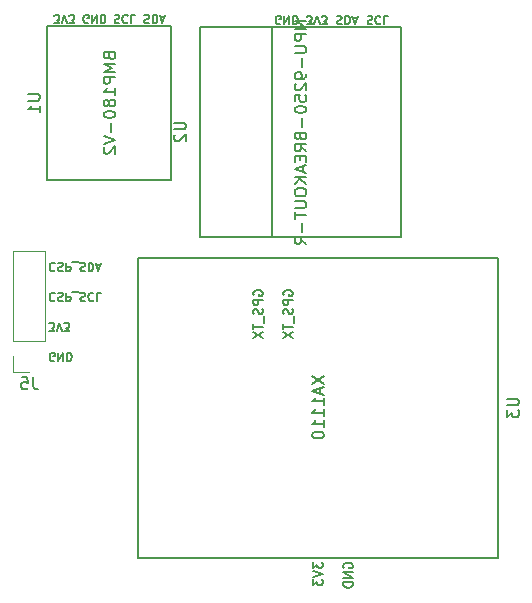
<source format=gbo>
G04 #@! TF.GenerationSoftware,KiCad,Pcbnew,6.0.0-unknown-62d453e~86~ubuntu18.04.1*
G04 #@! TF.CreationDate,2019-07-13T13:42:48-04:00*
G04 #@! TF.ProjectId,OBC,4f42432e-6b69-4636-9164-5f7063625858,rev?*
G04 #@! TF.SameCoordinates,Original*
G04 #@! TF.FileFunction,Legend,Bot*
G04 #@! TF.FilePolarity,Positive*
%FSLAX46Y46*%
G04 Gerber Fmt 4.6, Leading zero omitted, Abs format (unit mm)*
G04 Created by KiCad (PCBNEW 6.0.0-unknown-62d453e~86~ubuntu18.04.1) date 2019-07-13 13:42:48*
%MOMM*%
%LPD*%
G04 APERTURE LIST*
%ADD10C,0.150000*%
%ADD11C,0.120000*%
G04 APERTURE END LIST*
D10*
X152035000Y-70407023D02*
X151996904Y-70330833D01*
X151996904Y-70216547D01*
X152035000Y-70102261D01*
X152111190Y-70026071D01*
X152187380Y-69987976D01*
X152339761Y-69949880D01*
X152454047Y-69949880D01*
X152606428Y-69987976D01*
X152682619Y-70026071D01*
X152758809Y-70102261D01*
X152796904Y-70216547D01*
X152796904Y-70292738D01*
X152758809Y-70407023D01*
X152720714Y-70445119D01*
X152454047Y-70445119D01*
X152454047Y-70292738D01*
X152796904Y-70787976D02*
X151996904Y-70787976D01*
X151996904Y-71092738D01*
X152035000Y-71168928D01*
X152073095Y-71207023D01*
X152149285Y-71245119D01*
X152263571Y-71245119D01*
X152339761Y-71207023D01*
X152377857Y-71168928D01*
X152415952Y-71092738D01*
X152415952Y-70787976D01*
X152758809Y-71549880D02*
X152796904Y-71664166D01*
X152796904Y-71854642D01*
X152758809Y-71930833D01*
X152720714Y-71968928D01*
X152644523Y-72007023D01*
X152568333Y-72007023D01*
X152492142Y-71968928D01*
X152454047Y-71930833D01*
X152415952Y-71854642D01*
X152377857Y-71702261D01*
X152339761Y-71626071D01*
X152301666Y-71587976D01*
X152225476Y-71549880D01*
X152149285Y-71549880D01*
X152073095Y-71587976D01*
X152035000Y-71626071D01*
X151996904Y-71702261D01*
X151996904Y-71892738D01*
X152035000Y-72007023D01*
X152873095Y-72159404D02*
X152873095Y-72768928D01*
X151996904Y-72845119D02*
X151996904Y-73302261D01*
X152796904Y-73073690D02*
X151996904Y-73073690D01*
X151996904Y-73492738D02*
X152796904Y-74026071D01*
X151996904Y-74026071D02*
X152796904Y-73492738D01*
X149495000Y-70407023D02*
X149456904Y-70330833D01*
X149456904Y-70216547D01*
X149495000Y-70102261D01*
X149571190Y-70026071D01*
X149647380Y-69987976D01*
X149799761Y-69949880D01*
X149914047Y-69949880D01*
X150066428Y-69987976D01*
X150142619Y-70026071D01*
X150218809Y-70102261D01*
X150256904Y-70216547D01*
X150256904Y-70292738D01*
X150218809Y-70407023D01*
X150180714Y-70445119D01*
X149914047Y-70445119D01*
X149914047Y-70292738D01*
X150256904Y-70787976D02*
X149456904Y-70787976D01*
X149456904Y-71092738D01*
X149495000Y-71168928D01*
X149533095Y-71207023D01*
X149609285Y-71245119D01*
X149723571Y-71245119D01*
X149799761Y-71207023D01*
X149837857Y-71168928D01*
X149875952Y-71092738D01*
X149875952Y-70787976D01*
X150218809Y-71549880D02*
X150256904Y-71664166D01*
X150256904Y-71854642D01*
X150218809Y-71930833D01*
X150180714Y-71968928D01*
X150104523Y-72007023D01*
X150028333Y-72007023D01*
X149952142Y-71968928D01*
X149914047Y-71930833D01*
X149875952Y-71854642D01*
X149837857Y-71702261D01*
X149799761Y-71626071D01*
X149761666Y-71587976D01*
X149685476Y-71549880D01*
X149609285Y-71549880D01*
X149533095Y-71587976D01*
X149495000Y-71626071D01*
X149456904Y-71702261D01*
X149456904Y-71892738D01*
X149495000Y-72007023D01*
X150333095Y-72159404D02*
X150333095Y-72768928D01*
X149456904Y-72845119D02*
X149456904Y-73302261D01*
X150256904Y-73073690D02*
X149456904Y-73073690D01*
X149456904Y-73492738D02*
X150256904Y-74026071D01*
X149456904Y-74026071D02*
X150256904Y-73492738D01*
X157115000Y-93507023D02*
X157076904Y-93430833D01*
X157076904Y-93316547D01*
X157115000Y-93202261D01*
X157191190Y-93126071D01*
X157267380Y-93087976D01*
X157419761Y-93049880D01*
X157534047Y-93049880D01*
X157686428Y-93087976D01*
X157762619Y-93126071D01*
X157838809Y-93202261D01*
X157876904Y-93316547D01*
X157876904Y-93392738D01*
X157838809Y-93507023D01*
X157800714Y-93545119D01*
X157534047Y-93545119D01*
X157534047Y-93392738D01*
X157876904Y-93887976D02*
X157076904Y-93887976D01*
X157876904Y-94345119D01*
X157076904Y-94345119D01*
X157876904Y-94726071D02*
X157076904Y-94726071D01*
X157076904Y-94916547D01*
X157115000Y-95030833D01*
X157191190Y-95107023D01*
X157267380Y-95145119D01*
X157419761Y-95183214D01*
X157534047Y-95183214D01*
X157686428Y-95145119D01*
X157762619Y-95107023D01*
X157838809Y-95030833D01*
X157876904Y-94916547D01*
X157876904Y-94726071D01*
X154536904Y-93011785D02*
X154536904Y-93507023D01*
X154841666Y-93240357D01*
X154841666Y-93354642D01*
X154879761Y-93430833D01*
X154917857Y-93468928D01*
X154994047Y-93507023D01*
X155184523Y-93507023D01*
X155260714Y-93468928D01*
X155298809Y-93430833D01*
X155336904Y-93354642D01*
X155336904Y-93126071D01*
X155298809Y-93049880D01*
X155260714Y-93011785D01*
X154536904Y-93735595D02*
X155336904Y-94002261D01*
X154536904Y-94268928D01*
X154536904Y-94459404D02*
X154536904Y-94954642D01*
X154841666Y-94687976D01*
X154841666Y-94802261D01*
X154879761Y-94878452D01*
X154917857Y-94916547D01*
X154994047Y-94954642D01*
X155184523Y-94954642D01*
X155260714Y-94916547D01*
X155298809Y-94878452D01*
X155336904Y-94802261D01*
X155336904Y-94573690D01*
X155298809Y-94497500D01*
X155260714Y-94459404D01*
X159126666Y-46791666D02*
X159226666Y-46758333D01*
X159393333Y-46758333D01*
X159460000Y-46791666D01*
X159493333Y-46825000D01*
X159526666Y-46891666D01*
X159526666Y-46958333D01*
X159493333Y-47025000D01*
X159460000Y-47058333D01*
X159393333Y-47091666D01*
X159260000Y-47125000D01*
X159193333Y-47158333D01*
X159160000Y-47191666D01*
X159126666Y-47258333D01*
X159126666Y-47325000D01*
X159160000Y-47391666D01*
X159193333Y-47425000D01*
X159260000Y-47458333D01*
X159426666Y-47458333D01*
X159526666Y-47425000D01*
X160226666Y-46825000D02*
X160193333Y-46791666D01*
X160093333Y-46758333D01*
X160026666Y-46758333D01*
X159926666Y-46791666D01*
X159860000Y-46858333D01*
X159826666Y-46925000D01*
X159793333Y-47058333D01*
X159793333Y-47158333D01*
X159826666Y-47291666D01*
X159860000Y-47358333D01*
X159926666Y-47425000D01*
X160026666Y-47458333D01*
X160093333Y-47458333D01*
X160193333Y-47425000D01*
X160226666Y-47391666D01*
X160860000Y-46758333D02*
X160526666Y-46758333D01*
X160526666Y-47458333D01*
X156550000Y-46791666D02*
X156650000Y-46758333D01*
X156816666Y-46758333D01*
X156883333Y-46791666D01*
X156916666Y-46825000D01*
X156950000Y-46891666D01*
X156950000Y-46958333D01*
X156916666Y-47025000D01*
X156883333Y-47058333D01*
X156816666Y-47091666D01*
X156683333Y-47125000D01*
X156616666Y-47158333D01*
X156583333Y-47191666D01*
X156550000Y-47258333D01*
X156550000Y-47325000D01*
X156583333Y-47391666D01*
X156616666Y-47425000D01*
X156683333Y-47458333D01*
X156850000Y-47458333D01*
X156950000Y-47425000D01*
X157250000Y-46758333D02*
X157250000Y-47458333D01*
X157416666Y-47458333D01*
X157516666Y-47425000D01*
X157583333Y-47358333D01*
X157616666Y-47291666D01*
X157650000Y-47158333D01*
X157650000Y-47058333D01*
X157616666Y-46925000D01*
X157583333Y-46858333D01*
X157516666Y-46791666D01*
X157416666Y-46758333D01*
X157250000Y-46758333D01*
X157916666Y-46958333D02*
X158250000Y-46958333D01*
X157850000Y-46758333D02*
X158083333Y-47458333D01*
X158316666Y-46758333D01*
X153973333Y-47458333D02*
X154406666Y-47458333D01*
X154173333Y-47191666D01*
X154273333Y-47191666D01*
X154340000Y-47158333D01*
X154373333Y-47125000D01*
X154406666Y-47058333D01*
X154406666Y-46891666D01*
X154373333Y-46825000D01*
X154340000Y-46791666D01*
X154273333Y-46758333D01*
X154073333Y-46758333D01*
X154006666Y-46791666D01*
X153973333Y-46825000D01*
X154606666Y-47458333D02*
X154840000Y-46758333D01*
X155073333Y-47458333D01*
X155240000Y-47458333D02*
X155673333Y-47458333D01*
X155440000Y-47191666D01*
X155540000Y-47191666D01*
X155606666Y-47158333D01*
X155640000Y-47125000D01*
X155673333Y-47058333D01*
X155673333Y-46891666D01*
X155640000Y-46825000D01*
X155606666Y-46791666D01*
X155540000Y-46758333D01*
X155340000Y-46758333D01*
X155273333Y-46791666D01*
X155240000Y-46825000D01*
X151746666Y-47425000D02*
X151680000Y-47458333D01*
X151580000Y-47458333D01*
X151480000Y-47425000D01*
X151413333Y-47358333D01*
X151380000Y-47291666D01*
X151346666Y-47158333D01*
X151346666Y-47058333D01*
X151380000Y-46925000D01*
X151413333Y-46858333D01*
X151480000Y-46791666D01*
X151580000Y-46758333D01*
X151646666Y-46758333D01*
X151746666Y-46791666D01*
X151780000Y-46825000D01*
X151780000Y-47058333D01*
X151646666Y-47058333D01*
X152080000Y-46758333D02*
X152080000Y-47458333D01*
X152480000Y-46758333D01*
X152480000Y-47458333D01*
X152813333Y-46758333D02*
X152813333Y-47458333D01*
X152980000Y-47458333D01*
X153080000Y-47425000D01*
X153146666Y-47358333D01*
X153180000Y-47291666D01*
X153213333Y-47158333D01*
X153213333Y-47058333D01*
X153180000Y-46925000D01*
X153146666Y-46858333D01*
X153080000Y-46791666D01*
X152980000Y-46758333D01*
X152813333Y-46758333D01*
X140235000Y-46716666D02*
X140335000Y-46683333D01*
X140501666Y-46683333D01*
X140568333Y-46716666D01*
X140601666Y-46750000D01*
X140635000Y-46816666D01*
X140635000Y-46883333D01*
X140601666Y-46950000D01*
X140568333Y-46983333D01*
X140501666Y-47016666D01*
X140368333Y-47050000D01*
X140301666Y-47083333D01*
X140268333Y-47116666D01*
X140235000Y-47183333D01*
X140235000Y-47250000D01*
X140268333Y-47316666D01*
X140301666Y-47350000D01*
X140368333Y-47383333D01*
X140535000Y-47383333D01*
X140635000Y-47350000D01*
X140935000Y-46683333D02*
X140935000Y-47383333D01*
X141101666Y-47383333D01*
X141201666Y-47350000D01*
X141268333Y-47283333D01*
X141301666Y-47216666D01*
X141335000Y-47083333D01*
X141335000Y-46983333D01*
X141301666Y-46850000D01*
X141268333Y-46783333D01*
X141201666Y-46716666D01*
X141101666Y-46683333D01*
X140935000Y-46683333D01*
X141601666Y-46883333D02*
X141935000Y-46883333D01*
X141535000Y-46683333D02*
X141768333Y-47383333D01*
X142001666Y-46683333D01*
X137711666Y-46716666D02*
X137811666Y-46683333D01*
X137978333Y-46683333D01*
X138045000Y-46716666D01*
X138078333Y-46750000D01*
X138111666Y-46816666D01*
X138111666Y-46883333D01*
X138078333Y-46950000D01*
X138045000Y-46983333D01*
X137978333Y-47016666D01*
X137845000Y-47050000D01*
X137778333Y-47083333D01*
X137745000Y-47116666D01*
X137711666Y-47183333D01*
X137711666Y-47250000D01*
X137745000Y-47316666D01*
X137778333Y-47350000D01*
X137845000Y-47383333D01*
X138011666Y-47383333D01*
X138111666Y-47350000D01*
X138811666Y-46750000D02*
X138778333Y-46716666D01*
X138678333Y-46683333D01*
X138611666Y-46683333D01*
X138511666Y-46716666D01*
X138445000Y-46783333D01*
X138411666Y-46850000D01*
X138378333Y-46983333D01*
X138378333Y-47083333D01*
X138411666Y-47216666D01*
X138445000Y-47283333D01*
X138511666Y-47350000D01*
X138611666Y-47383333D01*
X138678333Y-47383333D01*
X138778333Y-47350000D01*
X138811666Y-47316666D01*
X139445000Y-46683333D02*
X139111666Y-46683333D01*
X139111666Y-47383333D01*
X135471666Y-47350000D02*
X135405000Y-47383333D01*
X135305000Y-47383333D01*
X135205000Y-47350000D01*
X135138333Y-47283333D01*
X135105000Y-47216666D01*
X135071666Y-47083333D01*
X135071666Y-46983333D01*
X135105000Y-46850000D01*
X135138333Y-46783333D01*
X135205000Y-46716666D01*
X135305000Y-46683333D01*
X135371666Y-46683333D01*
X135471666Y-46716666D01*
X135505000Y-46750000D01*
X135505000Y-46983333D01*
X135371666Y-46983333D01*
X135805000Y-46683333D02*
X135805000Y-47383333D01*
X136205000Y-46683333D01*
X136205000Y-47383333D01*
X136538333Y-46683333D02*
X136538333Y-47383333D01*
X136705000Y-47383333D01*
X136805000Y-47350000D01*
X136871666Y-47283333D01*
X136905000Y-47216666D01*
X136938333Y-47083333D01*
X136938333Y-46983333D01*
X136905000Y-46850000D01*
X136871666Y-46783333D01*
X136805000Y-46716666D01*
X136705000Y-46683333D01*
X136538333Y-46683333D01*
X132598333Y-47383333D02*
X133031666Y-47383333D01*
X132798333Y-47116666D01*
X132898333Y-47116666D01*
X132965000Y-47083333D01*
X132998333Y-47050000D01*
X133031666Y-46983333D01*
X133031666Y-46816666D01*
X132998333Y-46750000D01*
X132965000Y-46716666D01*
X132898333Y-46683333D01*
X132698333Y-46683333D01*
X132631666Y-46716666D01*
X132598333Y-46750000D01*
X133231666Y-47383333D02*
X133465000Y-46683333D01*
X133698333Y-47383333D01*
X133865000Y-47383333D02*
X134298333Y-47383333D01*
X134065000Y-47116666D01*
X134165000Y-47116666D01*
X134231666Y-47083333D01*
X134265000Y-47050000D01*
X134298333Y-46983333D01*
X134298333Y-46816666D01*
X134265000Y-46750000D01*
X134231666Y-46716666D01*
X134165000Y-46683333D01*
X133965000Y-46683333D01*
X133898333Y-46716666D01*
X133865000Y-46750000D01*
X132605833Y-75950000D02*
X132539166Y-75983333D01*
X132439166Y-75983333D01*
X132339166Y-75950000D01*
X132272500Y-75883333D01*
X132239166Y-75816666D01*
X132205833Y-75683333D01*
X132205833Y-75583333D01*
X132239166Y-75450000D01*
X132272500Y-75383333D01*
X132339166Y-75316666D01*
X132439166Y-75283333D01*
X132505833Y-75283333D01*
X132605833Y-75316666D01*
X132639166Y-75350000D01*
X132639166Y-75583333D01*
X132505833Y-75583333D01*
X132939166Y-75283333D02*
X132939166Y-75983333D01*
X133339166Y-75283333D01*
X133339166Y-75983333D01*
X133672500Y-75283333D02*
X133672500Y-75983333D01*
X133839166Y-75983333D01*
X133939166Y-75950000D01*
X134005833Y-75883333D01*
X134039166Y-75816666D01*
X134072500Y-75683333D01*
X134072500Y-75583333D01*
X134039166Y-75450000D01*
X134005833Y-75383333D01*
X133939166Y-75316666D01*
X133839166Y-75283333D01*
X133672500Y-75283333D01*
X132172500Y-73443333D02*
X132605833Y-73443333D01*
X132372500Y-73176666D01*
X132472500Y-73176666D01*
X132539166Y-73143333D01*
X132572500Y-73110000D01*
X132605833Y-73043333D01*
X132605833Y-72876666D01*
X132572500Y-72810000D01*
X132539166Y-72776666D01*
X132472500Y-72743333D01*
X132272500Y-72743333D01*
X132205833Y-72776666D01*
X132172500Y-72810000D01*
X132805833Y-73443333D02*
X133039166Y-72743333D01*
X133272500Y-73443333D01*
X133439166Y-73443333D02*
X133872500Y-73443333D01*
X133639166Y-73176666D01*
X133739166Y-73176666D01*
X133805833Y-73143333D01*
X133839166Y-73110000D01*
X133872500Y-73043333D01*
X133872500Y-72876666D01*
X133839166Y-72810000D01*
X133805833Y-72776666D01*
X133739166Y-72743333D01*
X133539166Y-72743333D01*
X133472500Y-72776666D01*
X133439166Y-72810000D01*
X132639166Y-70270000D02*
X132605833Y-70236666D01*
X132505833Y-70203333D01*
X132439166Y-70203333D01*
X132339166Y-70236666D01*
X132272500Y-70303333D01*
X132239166Y-70370000D01*
X132205833Y-70503333D01*
X132205833Y-70603333D01*
X132239166Y-70736666D01*
X132272500Y-70803333D01*
X132339166Y-70870000D01*
X132439166Y-70903333D01*
X132505833Y-70903333D01*
X132605833Y-70870000D01*
X132639166Y-70836666D01*
X132905833Y-70236666D02*
X133005833Y-70203333D01*
X133172500Y-70203333D01*
X133239166Y-70236666D01*
X133272500Y-70270000D01*
X133305833Y-70336666D01*
X133305833Y-70403333D01*
X133272500Y-70470000D01*
X133239166Y-70503333D01*
X133172500Y-70536666D01*
X133039166Y-70570000D01*
X132972500Y-70603333D01*
X132939166Y-70636666D01*
X132905833Y-70703333D01*
X132905833Y-70770000D01*
X132939166Y-70836666D01*
X132972500Y-70870000D01*
X133039166Y-70903333D01*
X133205833Y-70903333D01*
X133305833Y-70870000D01*
X133605833Y-70203333D02*
X133605833Y-70903333D01*
X133872500Y-70903333D01*
X133939166Y-70870000D01*
X133972500Y-70836666D01*
X134005833Y-70770000D01*
X134005833Y-70670000D01*
X133972500Y-70603333D01*
X133939166Y-70570000D01*
X133872500Y-70536666D01*
X133605833Y-70536666D01*
X134139166Y-70136666D02*
X134672500Y-70136666D01*
X134805833Y-70236666D02*
X134905833Y-70203333D01*
X135072500Y-70203333D01*
X135139166Y-70236666D01*
X135172500Y-70270000D01*
X135205833Y-70336666D01*
X135205833Y-70403333D01*
X135172500Y-70470000D01*
X135139166Y-70503333D01*
X135072500Y-70536666D01*
X134939166Y-70570000D01*
X134872500Y-70603333D01*
X134839166Y-70636666D01*
X134805833Y-70703333D01*
X134805833Y-70770000D01*
X134839166Y-70836666D01*
X134872500Y-70870000D01*
X134939166Y-70903333D01*
X135105833Y-70903333D01*
X135205833Y-70870000D01*
X135905833Y-70270000D02*
X135872500Y-70236666D01*
X135772500Y-70203333D01*
X135705833Y-70203333D01*
X135605833Y-70236666D01*
X135539166Y-70303333D01*
X135505833Y-70370000D01*
X135472500Y-70503333D01*
X135472500Y-70603333D01*
X135505833Y-70736666D01*
X135539166Y-70803333D01*
X135605833Y-70870000D01*
X135705833Y-70903333D01*
X135772500Y-70903333D01*
X135872500Y-70870000D01*
X135905833Y-70836666D01*
X136539166Y-70203333D02*
X136205833Y-70203333D01*
X136205833Y-70903333D01*
X132639166Y-67730000D02*
X132605833Y-67696666D01*
X132505833Y-67663333D01*
X132439166Y-67663333D01*
X132339166Y-67696666D01*
X132272500Y-67763333D01*
X132239166Y-67830000D01*
X132205833Y-67963333D01*
X132205833Y-68063333D01*
X132239166Y-68196666D01*
X132272500Y-68263333D01*
X132339166Y-68330000D01*
X132439166Y-68363333D01*
X132505833Y-68363333D01*
X132605833Y-68330000D01*
X132639166Y-68296666D01*
X132905833Y-67696666D02*
X133005833Y-67663333D01*
X133172500Y-67663333D01*
X133239166Y-67696666D01*
X133272500Y-67730000D01*
X133305833Y-67796666D01*
X133305833Y-67863333D01*
X133272500Y-67930000D01*
X133239166Y-67963333D01*
X133172500Y-67996666D01*
X133039166Y-68030000D01*
X132972500Y-68063333D01*
X132939166Y-68096666D01*
X132905833Y-68163333D01*
X132905833Y-68230000D01*
X132939166Y-68296666D01*
X132972500Y-68330000D01*
X133039166Y-68363333D01*
X133205833Y-68363333D01*
X133305833Y-68330000D01*
X133605833Y-67663333D02*
X133605833Y-68363333D01*
X133872500Y-68363333D01*
X133939166Y-68330000D01*
X133972500Y-68296666D01*
X134005833Y-68230000D01*
X134005833Y-68130000D01*
X133972500Y-68063333D01*
X133939166Y-68030000D01*
X133872500Y-67996666D01*
X133605833Y-67996666D01*
X134139166Y-67596666D02*
X134672500Y-67596666D01*
X134805833Y-67696666D02*
X134905833Y-67663333D01*
X135072500Y-67663333D01*
X135139166Y-67696666D01*
X135172500Y-67730000D01*
X135205833Y-67796666D01*
X135205833Y-67863333D01*
X135172500Y-67930000D01*
X135139166Y-67963333D01*
X135072500Y-67996666D01*
X134939166Y-68030000D01*
X134872500Y-68063333D01*
X134839166Y-68096666D01*
X134805833Y-68163333D01*
X134805833Y-68230000D01*
X134839166Y-68296666D01*
X134872500Y-68330000D01*
X134939166Y-68363333D01*
X135105833Y-68363333D01*
X135205833Y-68330000D01*
X135505833Y-67663333D02*
X135505833Y-68363333D01*
X135672500Y-68363333D01*
X135772500Y-68330000D01*
X135839166Y-68263333D01*
X135872500Y-68196666D01*
X135905833Y-68063333D01*
X135905833Y-67963333D01*
X135872500Y-67830000D01*
X135839166Y-67763333D01*
X135772500Y-67696666D01*
X135672500Y-67663333D01*
X135505833Y-67663333D01*
X136172500Y-67863333D02*
X136505833Y-67863333D01*
X136105833Y-67663333D02*
X136339166Y-68363333D01*
X136572500Y-67663333D01*
D11*
X129145000Y-66650000D02*
X131805000Y-66650000D01*
X129145000Y-74330000D02*
X129145000Y-66650000D01*
X131805000Y-74330000D02*
X131805000Y-66650000D01*
X129145000Y-74330000D02*
X131805000Y-74330000D01*
X129145000Y-75600000D02*
X129145000Y-76930000D01*
X129145000Y-76930000D02*
X130475000Y-76930000D01*
D10*
X170215000Y-92625000D02*
X139735000Y-92625000D01*
X139735000Y-92625000D02*
X139735000Y-67225000D01*
X139735000Y-67225000D02*
X170215000Y-67225000D01*
X170215000Y-92625000D02*
X170215000Y-67225000D01*
X161960000Y-47685000D02*
X161960000Y-65465000D01*
X144940000Y-47685000D02*
X144940000Y-65465000D01*
X144940000Y-47685000D02*
X161960000Y-47685000D01*
X144940000Y-65465000D02*
X161960000Y-65465000D01*
X151040000Y-47685000D02*
X151040000Y-65465000D01*
X132025000Y-47625000D02*
X142525000Y-47625000D01*
X142525000Y-47625000D02*
X142525000Y-60625000D01*
X142525000Y-60625000D02*
X132025000Y-60625000D01*
X132025000Y-60625000D02*
X132025000Y-47625000D01*
X130808333Y-77382380D02*
X130808333Y-78096666D01*
X130855952Y-78239523D01*
X130951190Y-78334761D01*
X131094047Y-78382380D01*
X131189285Y-78382380D01*
X129855952Y-77382380D02*
X130332142Y-77382380D01*
X130379761Y-77858571D01*
X130332142Y-77810952D01*
X130236904Y-77763333D01*
X129998809Y-77763333D01*
X129903571Y-77810952D01*
X129855952Y-77858571D01*
X129808333Y-77953809D01*
X129808333Y-78191904D01*
X129855952Y-78287142D01*
X129903571Y-78334761D01*
X129998809Y-78382380D01*
X130236904Y-78382380D01*
X130332142Y-78334761D01*
X130379761Y-78287142D01*
X170937380Y-79163095D02*
X171746904Y-79163095D01*
X171842142Y-79210714D01*
X171889761Y-79258333D01*
X171937380Y-79353571D01*
X171937380Y-79544047D01*
X171889761Y-79639285D01*
X171842142Y-79686904D01*
X171746904Y-79734523D01*
X170937380Y-79734523D01*
X170937380Y-80115476D02*
X170937380Y-80734523D01*
X171318333Y-80401190D01*
X171318333Y-80544047D01*
X171365952Y-80639285D01*
X171413571Y-80686904D01*
X171508809Y-80734523D01*
X171746904Y-80734523D01*
X171842142Y-80686904D01*
X171889761Y-80639285D01*
X171937380Y-80544047D01*
X171937380Y-80258333D01*
X171889761Y-80163095D01*
X171842142Y-80115476D01*
X154427380Y-77258333D02*
X155427380Y-77925000D01*
X154427380Y-77925000D02*
X155427380Y-77258333D01*
X155141666Y-78258333D02*
X155141666Y-78734523D01*
X155427380Y-78163095D02*
X154427380Y-78496428D01*
X155427380Y-78829761D01*
X155427380Y-79686904D02*
X155427380Y-79115476D01*
X155427380Y-79401190D02*
X154427380Y-79401190D01*
X154570238Y-79305952D01*
X154665476Y-79210714D01*
X154713095Y-79115476D01*
X155427380Y-80639285D02*
X155427380Y-80067857D01*
X155427380Y-80353571D02*
X154427380Y-80353571D01*
X154570238Y-80258333D01*
X154665476Y-80163095D01*
X154713095Y-80067857D01*
X155427380Y-81591666D02*
X155427380Y-81020238D01*
X155427380Y-81305952D02*
X154427380Y-81305952D01*
X154570238Y-81210714D01*
X154665476Y-81115476D01*
X154713095Y-81020238D01*
X154427380Y-82210714D02*
X154427380Y-82305952D01*
X154475000Y-82401190D01*
X154522619Y-82448809D01*
X154617857Y-82496428D01*
X154808333Y-82544047D01*
X155046428Y-82544047D01*
X155236904Y-82496428D01*
X155332142Y-82448809D01*
X155379761Y-82401190D01*
X155427380Y-82305952D01*
X155427380Y-82210714D01*
X155379761Y-82115476D01*
X155332142Y-82067857D01*
X155236904Y-82020238D01*
X155046428Y-81972619D01*
X154808333Y-81972619D01*
X154617857Y-82020238D01*
X154522619Y-82067857D01*
X154475000Y-82115476D01*
X154427380Y-82210714D01*
X142742380Y-55813095D02*
X143551904Y-55813095D01*
X143647142Y-55860714D01*
X143694761Y-55908333D01*
X143742380Y-56003571D01*
X143742380Y-56194047D01*
X143694761Y-56289285D01*
X143647142Y-56336904D01*
X143551904Y-56384523D01*
X142742380Y-56384523D01*
X142837619Y-56813095D02*
X142790000Y-56860714D01*
X142742380Y-56955952D01*
X142742380Y-57194047D01*
X142790000Y-57289285D01*
X142837619Y-57336904D01*
X142932857Y-57384523D01*
X143028095Y-57384523D01*
X143170952Y-57336904D01*
X143742380Y-56765476D01*
X143742380Y-57384523D01*
X153952380Y-47171428D02*
X152952380Y-47171428D01*
X153666666Y-47504761D01*
X152952380Y-47838095D01*
X153952380Y-47838095D01*
X153952380Y-48314285D02*
X152952380Y-48314285D01*
X152952380Y-48695238D01*
X153000000Y-48790476D01*
X153047619Y-48838095D01*
X153142857Y-48885714D01*
X153285714Y-48885714D01*
X153380952Y-48838095D01*
X153428571Y-48790476D01*
X153476190Y-48695238D01*
X153476190Y-48314285D01*
X152952380Y-49314285D02*
X153761904Y-49314285D01*
X153857142Y-49361904D01*
X153904761Y-49409523D01*
X153952380Y-49504761D01*
X153952380Y-49695238D01*
X153904761Y-49790476D01*
X153857142Y-49838095D01*
X153761904Y-49885714D01*
X152952380Y-49885714D01*
X153571428Y-50361904D02*
X153571428Y-51123809D01*
X153952380Y-51647619D02*
X153952380Y-51838095D01*
X153904761Y-51933333D01*
X153857142Y-51980952D01*
X153714285Y-52076190D01*
X153523809Y-52123809D01*
X153142857Y-52123809D01*
X153047619Y-52076190D01*
X153000000Y-52028571D01*
X152952380Y-51933333D01*
X152952380Y-51742857D01*
X153000000Y-51647619D01*
X153047619Y-51600000D01*
X153142857Y-51552380D01*
X153380952Y-51552380D01*
X153476190Y-51600000D01*
X153523809Y-51647619D01*
X153571428Y-51742857D01*
X153571428Y-51933333D01*
X153523809Y-52028571D01*
X153476190Y-52076190D01*
X153380952Y-52123809D01*
X153047619Y-52504761D02*
X153000000Y-52552380D01*
X152952380Y-52647619D01*
X152952380Y-52885714D01*
X153000000Y-52980952D01*
X153047619Y-53028571D01*
X153142857Y-53076190D01*
X153238095Y-53076190D01*
X153380952Y-53028571D01*
X153952380Y-52457142D01*
X153952380Y-53076190D01*
X152952380Y-53980952D02*
X152952380Y-53504761D01*
X153428571Y-53457142D01*
X153380952Y-53504761D01*
X153333333Y-53600000D01*
X153333333Y-53838095D01*
X153380952Y-53933333D01*
X153428571Y-53980952D01*
X153523809Y-54028571D01*
X153761904Y-54028571D01*
X153857142Y-53980952D01*
X153904761Y-53933333D01*
X153952380Y-53838095D01*
X153952380Y-53600000D01*
X153904761Y-53504761D01*
X153857142Y-53457142D01*
X152952380Y-54647619D02*
X152952380Y-54742857D01*
X153000000Y-54838095D01*
X153047619Y-54885714D01*
X153142857Y-54933333D01*
X153333333Y-54980952D01*
X153571428Y-54980952D01*
X153761904Y-54933333D01*
X153857142Y-54885714D01*
X153904761Y-54838095D01*
X153952380Y-54742857D01*
X153952380Y-54647619D01*
X153904761Y-54552380D01*
X153857142Y-54504761D01*
X153761904Y-54457142D01*
X153571428Y-54409523D01*
X153333333Y-54409523D01*
X153142857Y-54457142D01*
X153047619Y-54504761D01*
X153000000Y-54552380D01*
X152952380Y-54647619D01*
X153571428Y-55409523D02*
X153571428Y-56171428D01*
X153428571Y-56980952D02*
X153476190Y-57123809D01*
X153523809Y-57171428D01*
X153619047Y-57219047D01*
X153761904Y-57219047D01*
X153857142Y-57171428D01*
X153904761Y-57123809D01*
X153952380Y-57028571D01*
X153952380Y-56647619D01*
X152952380Y-56647619D01*
X152952380Y-56980952D01*
X153000000Y-57076190D01*
X153047619Y-57123809D01*
X153142857Y-57171428D01*
X153238095Y-57171428D01*
X153333333Y-57123809D01*
X153380952Y-57076190D01*
X153428571Y-56980952D01*
X153428571Y-56647619D01*
X153952380Y-58219047D02*
X153476190Y-57885714D01*
X153952380Y-57647619D02*
X152952380Y-57647619D01*
X152952380Y-58028571D01*
X153000000Y-58123809D01*
X153047619Y-58171428D01*
X153142857Y-58219047D01*
X153285714Y-58219047D01*
X153380952Y-58171428D01*
X153428571Y-58123809D01*
X153476190Y-58028571D01*
X153476190Y-57647619D01*
X153428571Y-58647619D02*
X153428571Y-58980952D01*
X153952380Y-59123809D02*
X153952380Y-58647619D01*
X152952380Y-58647619D01*
X152952380Y-59123809D01*
X153666666Y-59504761D02*
X153666666Y-59980952D01*
X153952380Y-59409523D02*
X152952380Y-59742857D01*
X153952380Y-60076190D01*
X153952380Y-60409523D02*
X152952380Y-60409523D01*
X153952380Y-60980952D02*
X153380952Y-60552380D01*
X152952380Y-60980952D02*
X153523809Y-60409523D01*
X152952380Y-61599999D02*
X152952380Y-61790476D01*
X153000000Y-61885714D01*
X153095238Y-61980952D01*
X153285714Y-62028571D01*
X153619047Y-62028571D01*
X153809523Y-61980952D01*
X153904761Y-61885714D01*
X153952380Y-61790476D01*
X153952380Y-61599999D01*
X153904761Y-61504761D01*
X153809523Y-61409523D01*
X153619047Y-61361904D01*
X153285714Y-61361904D01*
X153095238Y-61409523D01*
X153000000Y-61504761D01*
X152952380Y-61599999D01*
X152952380Y-62457142D02*
X153761904Y-62457142D01*
X153857142Y-62504761D01*
X153904761Y-62552380D01*
X153952380Y-62647619D01*
X153952380Y-62838095D01*
X153904761Y-62933333D01*
X153857142Y-62980952D01*
X153761904Y-63028571D01*
X152952380Y-63028571D01*
X152952380Y-63361904D02*
X152952380Y-63933333D01*
X153952380Y-63647619D02*
X152952380Y-63647619D01*
X153571428Y-64266666D02*
X153571428Y-65028571D01*
X153952380Y-66076190D02*
X153476190Y-65742857D01*
X153952380Y-65504761D02*
X152952380Y-65504761D01*
X152952380Y-65885714D01*
X153000000Y-65980952D01*
X153047619Y-66028571D01*
X153142857Y-66076190D01*
X153285714Y-66076190D01*
X153380952Y-66028571D01*
X153428571Y-65980952D01*
X153476190Y-65885714D01*
X153476190Y-65504761D01*
X130377380Y-53363095D02*
X131186904Y-53363095D01*
X131282142Y-53410714D01*
X131329761Y-53458333D01*
X131377380Y-53553571D01*
X131377380Y-53744047D01*
X131329761Y-53839285D01*
X131282142Y-53886904D01*
X131186904Y-53934523D01*
X130377380Y-53934523D01*
X131377380Y-54934523D02*
X131377380Y-54363095D01*
X131377380Y-54648809D02*
X130377380Y-54648809D01*
X130520238Y-54553571D01*
X130615476Y-54458333D01*
X130663095Y-54363095D01*
X137253571Y-50147619D02*
X137301190Y-50290476D01*
X137348809Y-50338095D01*
X137444047Y-50385714D01*
X137586904Y-50385714D01*
X137682142Y-50338095D01*
X137729761Y-50290476D01*
X137777380Y-50195238D01*
X137777380Y-49814285D01*
X136777380Y-49814285D01*
X136777380Y-50147619D01*
X136825000Y-50242857D01*
X136872619Y-50290476D01*
X136967857Y-50338095D01*
X137063095Y-50338095D01*
X137158333Y-50290476D01*
X137205952Y-50242857D01*
X137253571Y-50147619D01*
X137253571Y-49814285D01*
X137777380Y-50814285D02*
X136777380Y-50814285D01*
X137491666Y-51147619D01*
X136777380Y-51480952D01*
X137777380Y-51480952D01*
X137777380Y-51957142D02*
X136777380Y-51957142D01*
X136777380Y-52338095D01*
X136825000Y-52433333D01*
X136872619Y-52480952D01*
X136967857Y-52528571D01*
X137110714Y-52528571D01*
X137205952Y-52480952D01*
X137253571Y-52433333D01*
X137301190Y-52338095D01*
X137301190Y-51957142D01*
X137777380Y-53480952D02*
X137777380Y-52909523D01*
X137777380Y-53195238D02*
X136777380Y-53195238D01*
X136920238Y-53100000D01*
X137015476Y-53004761D01*
X137063095Y-52909523D01*
X137205952Y-54052380D02*
X137158333Y-53957142D01*
X137110714Y-53909523D01*
X137015476Y-53861904D01*
X136967857Y-53861904D01*
X136872619Y-53909523D01*
X136825000Y-53957142D01*
X136777380Y-54052380D01*
X136777380Y-54242857D01*
X136825000Y-54338095D01*
X136872619Y-54385714D01*
X136967857Y-54433333D01*
X137015476Y-54433333D01*
X137110714Y-54385714D01*
X137158333Y-54338095D01*
X137205952Y-54242857D01*
X137205952Y-54052380D01*
X137253571Y-53957142D01*
X137301190Y-53909523D01*
X137396428Y-53861904D01*
X137586904Y-53861904D01*
X137682142Y-53909523D01*
X137729761Y-53957142D01*
X137777380Y-54052380D01*
X137777380Y-54242857D01*
X137729761Y-54338095D01*
X137682142Y-54385714D01*
X137586904Y-54433333D01*
X137396428Y-54433333D01*
X137301190Y-54385714D01*
X137253571Y-54338095D01*
X137205952Y-54242857D01*
X136777380Y-55052380D02*
X136777380Y-55147619D01*
X136825000Y-55242857D01*
X136872619Y-55290476D01*
X136967857Y-55338095D01*
X137158333Y-55385714D01*
X137396428Y-55385714D01*
X137586904Y-55338095D01*
X137682142Y-55290476D01*
X137729761Y-55242857D01*
X137777380Y-55147619D01*
X137777380Y-55052380D01*
X137729761Y-54957142D01*
X137682142Y-54909523D01*
X137586904Y-54861904D01*
X137396428Y-54814285D01*
X137158333Y-54814285D01*
X136967857Y-54861904D01*
X136872619Y-54909523D01*
X136825000Y-54957142D01*
X136777380Y-55052380D01*
X137396428Y-55814285D02*
X137396428Y-56576190D01*
X136777380Y-56909523D02*
X137777380Y-57242857D01*
X136777380Y-57576190D01*
X136872619Y-57861904D02*
X136825000Y-57909523D01*
X136777380Y-58004761D01*
X136777380Y-58242857D01*
X136825000Y-58338095D01*
X136872619Y-58385714D01*
X136967857Y-58433333D01*
X137063095Y-58433333D01*
X137205952Y-58385714D01*
X137777380Y-57814285D01*
X137777380Y-58433333D01*
M02*

</source>
